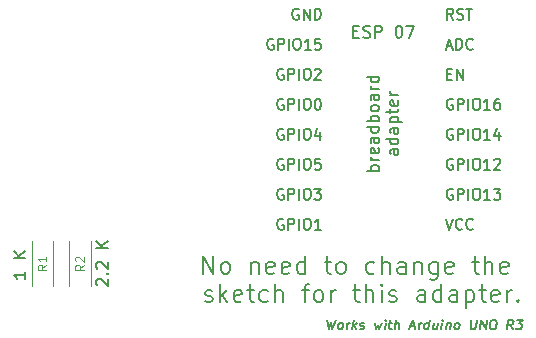
<source format=gbr>
G04 #@! TF.GenerationSoftware,KiCad,Pcbnew,(5.1.5)-3*
G04 #@! TF.CreationDate,2020-02-24T19:19:41-08:00*
G04 #@! TF.ProjectId,ESP-07,4553502d-3037-42e6-9b69-6361645f7063,rev?*
G04 #@! TF.SameCoordinates,Original*
G04 #@! TF.FileFunction,Legend,Top*
G04 #@! TF.FilePolarity,Positive*
%FSLAX46Y46*%
G04 Gerber Fmt 4.6, Leading zero omitted, Abs format (unit mm)*
G04 Created by KiCad (PCBNEW (5.1.5)-3) date 2020-02-24 19:19:41*
%MOMM*%
%LPD*%
G04 APERTURE LIST*
%ADD10C,0.150000*%
%ADD11C,0.120000*%
%ADD12C,0.108000*%
G04 APERTURE END LIST*
D10*
X166991860Y-120973904D02*
X167082336Y-121773904D01*
X167306145Y-121202476D01*
X167387098Y-121773904D01*
X167677574Y-120973904D01*
X167996622Y-121773904D02*
X167925193Y-121735809D01*
X167891860Y-121697714D01*
X167863288Y-121621523D01*
X167891860Y-121392952D01*
X167939479Y-121316761D01*
X167982336Y-121278666D01*
X168063288Y-121240571D01*
X168177574Y-121240571D01*
X168249002Y-121278666D01*
X168282336Y-121316761D01*
X168310907Y-121392952D01*
X168282336Y-121621523D01*
X168234717Y-121697714D01*
X168191860Y-121735809D01*
X168110907Y-121773904D01*
X167996622Y-121773904D01*
X168606145Y-121773904D02*
X168672812Y-121240571D01*
X168653764Y-121392952D02*
X168701383Y-121316761D01*
X168744241Y-121278666D01*
X168825193Y-121240571D01*
X168901383Y-121240571D01*
X169101383Y-121773904D02*
X169201383Y-120973904D01*
X169215669Y-121469142D02*
X169406145Y-121773904D01*
X169472812Y-121240571D02*
X169129955Y-121545333D01*
X169715669Y-121735809D02*
X169787098Y-121773904D01*
X169939479Y-121773904D01*
X170020431Y-121735809D01*
X170068050Y-121659619D01*
X170072812Y-121621523D01*
X170044241Y-121545333D01*
X169972812Y-121507238D01*
X169858526Y-121507238D01*
X169787098Y-121469142D01*
X169758526Y-121392952D01*
X169763288Y-121354857D01*
X169810907Y-121278666D01*
X169891860Y-121240571D01*
X170006145Y-121240571D01*
X170077574Y-121278666D01*
X170996622Y-121240571D02*
X171082336Y-121773904D01*
X171282336Y-121392952D01*
X171387098Y-121773904D01*
X171606145Y-121240571D01*
X171844241Y-121773904D02*
X171910907Y-121240571D01*
X171944241Y-120973904D02*
X171901383Y-121012000D01*
X171934717Y-121050095D01*
X171977574Y-121012000D01*
X171944241Y-120973904D01*
X171934717Y-121050095D01*
X172177574Y-121240571D02*
X172482336Y-121240571D01*
X172325193Y-120973904D02*
X172239479Y-121659619D01*
X172268050Y-121735809D01*
X172339479Y-121773904D01*
X172415669Y-121773904D01*
X172682336Y-121773904D02*
X172782336Y-120973904D01*
X173025193Y-121773904D02*
X173077574Y-121354857D01*
X173049002Y-121278666D01*
X172977574Y-121240571D01*
X172863288Y-121240571D01*
X172782336Y-121278666D01*
X172739479Y-121316761D01*
X174006145Y-121545333D02*
X174387098Y-121545333D01*
X173901383Y-121773904D02*
X174268050Y-120973904D01*
X174434717Y-121773904D01*
X174701383Y-121773904D02*
X174768050Y-121240571D01*
X174749002Y-121392952D02*
X174796622Y-121316761D01*
X174839479Y-121278666D01*
X174920431Y-121240571D01*
X174996622Y-121240571D01*
X175539479Y-121773904D02*
X175639479Y-120973904D01*
X175544241Y-121735809D02*
X175463288Y-121773904D01*
X175310907Y-121773904D01*
X175239479Y-121735809D01*
X175206145Y-121697714D01*
X175177574Y-121621523D01*
X175206145Y-121392952D01*
X175253764Y-121316761D01*
X175296622Y-121278666D01*
X175377574Y-121240571D01*
X175529955Y-121240571D01*
X175601383Y-121278666D01*
X176329955Y-121240571D02*
X176263288Y-121773904D01*
X175987098Y-121240571D02*
X175934717Y-121659619D01*
X175963288Y-121735809D01*
X176034717Y-121773904D01*
X176149002Y-121773904D01*
X176229955Y-121735809D01*
X176272812Y-121697714D01*
X176644241Y-121773904D02*
X176710907Y-121240571D01*
X176744241Y-120973904D02*
X176701383Y-121012000D01*
X176734717Y-121050095D01*
X176777574Y-121012000D01*
X176744241Y-120973904D01*
X176734717Y-121050095D01*
X177091860Y-121240571D02*
X177025193Y-121773904D01*
X177082336Y-121316761D02*
X177125193Y-121278666D01*
X177206145Y-121240571D01*
X177320431Y-121240571D01*
X177391860Y-121278666D01*
X177420431Y-121354857D01*
X177368050Y-121773904D01*
X177863288Y-121773904D02*
X177791860Y-121735809D01*
X177758526Y-121697714D01*
X177729955Y-121621523D01*
X177758526Y-121392952D01*
X177806145Y-121316761D01*
X177849002Y-121278666D01*
X177929955Y-121240571D01*
X178044241Y-121240571D01*
X178115669Y-121278666D01*
X178149002Y-121316761D01*
X178177574Y-121392952D01*
X178149002Y-121621523D01*
X178101383Y-121697714D01*
X178058526Y-121735809D01*
X177977574Y-121773904D01*
X177863288Y-121773904D01*
X179182336Y-120973904D02*
X179101383Y-121621523D01*
X179129955Y-121697714D01*
X179163288Y-121735809D01*
X179234717Y-121773904D01*
X179387098Y-121773904D01*
X179468050Y-121735809D01*
X179510907Y-121697714D01*
X179558526Y-121621523D01*
X179639479Y-120973904D01*
X179920431Y-121773904D02*
X180020431Y-120973904D01*
X180377574Y-121773904D01*
X180477574Y-120973904D01*
X181010907Y-120973904D02*
X181163288Y-120973904D01*
X181234717Y-121012000D01*
X181301383Y-121088190D01*
X181320431Y-121240571D01*
X181287098Y-121507238D01*
X181229955Y-121659619D01*
X181144241Y-121735809D01*
X181063288Y-121773904D01*
X180910907Y-121773904D01*
X180839479Y-121735809D01*
X180772812Y-121659619D01*
X180753764Y-121507238D01*
X180787098Y-121240571D01*
X180844241Y-121088190D01*
X180929955Y-121012000D01*
X181010907Y-120973904D01*
X182663288Y-121773904D02*
X182444241Y-121392952D01*
X182206145Y-121773904D02*
X182306145Y-120973904D01*
X182610907Y-120973904D01*
X182682336Y-121012000D01*
X182715669Y-121050095D01*
X182744241Y-121126285D01*
X182729955Y-121240571D01*
X182682336Y-121316761D01*
X182639479Y-121354857D01*
X182558526Y-121392952D01*
X182253764Y-121392952D01*
X183029955Y-120973904D02*
X183525193Y-120973904D01*
X183220431Y-121278666D01*
X183334717Y-121278666D01*
X183406145Y-121316761D01*
X183439479Y-121354857D01*
X183468050Y-121431047D01*
X183444241Y-121621523D01*
X183396622Y-121697714D01*
X183353764Y-121735809D01*
X183272812Y-121773904D01*
X183044241Y-121773904D01*
X182972812Y-121735809D01*
X182939479Y-121697714D01*
X156461714Y-117080571D02*
X156461714Y-115580571D01*
X157318857Y-117080571D01*
X157318857Y-115580571D01*
X158247428Y-117080571D02*
X158104571Y-117009142D01*
X158033142Y-116937714D01*
X157961714Y-116794857D01*
X157961714Y-116366285D01*
X158033142Y-116223428D01*
X158104571Y-116152000D01*
X158247428Y-116080571D01*
X158461714Y-116080571D01*
X158604571Y-116152000D01*
X158676000Y-116223428D01*
X158747428Y-116366285D01*
X158747428Y-116794857D01*
X158676000Y-116937714D01*
X158604571Y-117009142D01*
X158461714Y-117080571D01*
X158247428Y-117080571D01*
X160533142Y-116080571D02*
X160533142Y-117080571D01*
X160533142Y-116223428D02*
X160604571Y-116152000D01*
X160747428Y-116080571D01*
X160961714Y-116080571D01*
X161104571Y-116152000D01*
X161176000Y-116294857D01*
X161176000Y-117080571D01*
X162461714Y-117009142D02*
X162318857Y-117080571D01*
X162033142Y-117080571D01*
X161890285Y-117009142D01*
X161818857Y-116866285D01*
X161818857Y-116294857D01*
X161890285Y-116152000D01*
X162033142Y-116080571D01*
X162318857Y-116080571D01*
X162461714Y-116152000D01*
X162533142Y-116294857D01*
X162533142Y-116437714D01*
X161818857Y-116580571D01*
X163747428Y-117009142D02*
X163604571Y-117080571D01*
X163318857Y-117080571D01*
X163176000Y-117009142D01*
X163104571Y-116866285D01*
X163104571Y-116294857D01*
X163176000Y-116152000D01*
X163318857Y-116080571D01*
X163604571Y-116080571D01*
X163747428Y-116152000D01*
X163818857Y-116294857D01*
X163818857Y-116437714D01*
X163104571Y-116580571D01*
X165104571Y-117080571D02*
X165104571Y-115580571D01*
X165104571Y-117009142D02*
X164961714Y-117080571D01*
X164676000Y-117080571D01*
X164533142Y-117009142D01*
X164461714Y-116937714D01*
X164390285Y-116794857D01*
X164390285Y-116366285D01*
X164461714Y-116223428D01*
X164533142Y-116152000D01*
X164676000Y-116080571D01*
X164961714Y-116080571D01*
X165104571Y-116152000D01*
X166747428Y-116080571D02*
X167318857Y-116080571D01*
X166961714Y-115580571D02*
X166961714Y-116866285D01*
X167033142Y-117009142D01*
X167176000Y-117080571D01*
X167318857Y-117080571D01*
X168033142Y-117080571D02*
X167890285Y-117009142D01*
X167818857Y-116937714D01*
X167747428Y-116794857D01*
X167747428Y-116366285D01*
X167818857Y-116223428D01*
X167890285Y-116152000D01*
X168033142Y-116080571D01*
X168247428Y-116080571D01*
X168390285Y-116152000D01*
X168461714Y-116223428D01*
X168533142Y-116366285D01*
X168533142Y-116794857D01*
X168461714Y-116937714D01*
X168390285Y-117009142D01*
X168247428Y-117080571D01*
X168033142Y-117080571D01*
X170961714Y-117009142D02*
X170818857Y-117080571D01*
X170533142Y-117080571D01*
X170390285Y-117009142D01*
X170318857Y-116937714D01*
X170247428Y-116794857D01*
X170247428Y-116366285D01*
X170318857Y-116223428D01*
X170390285Y-116152000D01*
X170533142Y-116080571D01*
X170818857Y-116080571D01*
X170961714Y-116152000D01*
X171604571Y-117080571D02*
X171604571Y-115580571D01*
X172247428Y-117080571D02*
X172247428Y-116294857D01*
X172176000Y-116152000D01*
X172033142Y-116080571D01*
X171818857Y-116080571D01*
X171676000Y-116152000D01*
X171604571Y-116223428D01*
X173604571Y-117080571D02*
X173604571Y-116294857D01*
X173533142Y-116152000D01*
X173390285Y-116080571D01*
X173104571Y-116080571D01*
X172961714Y-116152000D01*
X173604571Y-117009142D02*
X173461714Y-117080571D01*
X173104571Y-117080571D01*
X172961714Y-117009142D01*
X172890285Y-116866285D01*
X172890285Y-116723428D01*
X172961714Y-116580571D01*
X173104571Y-116509142D01*
X173461714Y-116509142D01*
X173604571Y-116437714D01*
X174318857Y-116080571D02*
X174318857Y-117080571D01*
X174318857Y-116223428D02*
X174390285Y-116152000D01*
X174533142Y-116080571D01*
X174747428Y-116080571D01*
X174890285Y-116152000D01*
X174961714Y-116294857D01*
X174961714Y-117080571D01*
X176318857Y-116080571D02*
X176318857Y-117294857D01*
X176247428Y-117437714D01*
X176176000Y-117509142D01*
X176033142Y-117580571D01*
X175818857Y-117580571D01*
X175676000Y-117509142D01*
X176318857Y-117009142D02*
X176176000Y-117080571D01*
X175890285Y-117080571D01*
X175747428Y-117009142D01*
X175676000Y-116937714D01*
X175604571Y-116794857D01*
X175604571Y-116366285D01*
X175676000Y-116223428D01*
X175747428Y-116152000D01*
X175890285Y-116080571D01*
X176176000Y-116080571D01*
X176318857Y-116152000D01*
X177604571Y-117009142D02*
X177461714Y-117080571D01*
X177176000Y-117080571D01*
X177033142Y-117009142D01*
X176961714Y-116866285D01*
X176961714Y-116294857D01*
X177033142Y-116152000D01*
X177176000Y-116080571D01*
X177461714Y-116080571D01*
X177604571Y-116152000D01*
X177676000Y-116294857D01*
X177676000Y-116437714D01*
X176961714Y-116580571D01*
X179247428Y-116080571D02*
X179818857Y-116080571D01*
X179461714Y-115580571D02*
X179461714Y-116866285D01*
X179533142Y-117009142D01*
X179676000Y-117080571D01*
X179818857Y-117080571D01*
X180318857Y-117080571D02*
X180318857Y-115580571D01*
X180961714Y-117080571D02*
X180961714Y-116294857D01*
X180890285Y-116152000D01*
X180747428Y-116080571D01*
X180533142Y-116080571D01*
X180390285Y-116152000D01*
X180318857Y-116223428D01*
X182247428Y-117009142D02*
X182104571Y-117080571D01*
X181818857Y-117080571D01*
X181676000Y-117009142D01*
X181604571Y-116866285D01*
X181604571Y-116294857D01*
X181676000Y-116152000D01*
X181818857Y-116080571D01*
X182104571Y-116080571D01*
X182247428Y-116152000D01*
X182318857Y-116294857D01*
X182318857Y-116437714D01*
X181604571Y-116580571D01*
X156640285Y-119409142D02*
X156783142Y-119480571D01*
X157068857Y-119480571D01*
X157211714Y-119409142D01*
X157283142Y-119266285D01*
X157283142Y-119194857D01*
X157211714Y-119052000D01*
X157068857Y-118980571D01*
X156854571Y-118980571D01*
X156711714Y-118909142D01*
X156640285Y-118766285D01*
X156640285Y-118694857D01*
X156711714Y-118552000D01*
X156854571Y-118480571D01*
X157068857Y-118480571D01*
X157211714Y-118552000D01*
X157926000Y-119480571D02*
X157926000Y-117980571D01*
X158068857Y-118909142D02*
X158497428Y-119480571D01*
X158497428Y-118480571D02*
X157926000Y-119052000D01*
X159711714Y-119409142D02*
X159568857Y-119480571D01*
X159283142Y-119480571D01*
X159140285Y-119409142D01*
X159068857Y-119266285D01*
X159068857Y-118694857D01*
X159140285Y-118552000D01*
X159283142Y-118480571D01*
X159568857Y-118480571D01*
X159711714Y-118552000D01*
X159783142Y-118694857D01*
X159783142Y-118837714D01*
X159068857Y-118980571D01*
X160211714Y-118480571D02*
X160783142Y-118480571D01*
X160426000Y-117980571D02*
X160426000Y-119266285D01*
X160497428Y-119409142D01*
X160640285Y-119480571D01*
X160783142Y-119480571D01*
X161926000Y-119409142D02*
X161783142Y-119480571D01*
X161497428Y-119480571D01*
X161354571Y-119409142D01*
X161283142Y-119337714D01*
X161211714Y-119194857D01*
X161211714Y-118766285D01*
X161283142Y-118623428D01*
X161354571Y-118552000D01*
X161497428Y-118480571D01*
X161783142Y-118480571D01*
X161926000Y-118552000D01*
X162568857Y-119480571D02*
X162568857Y-117980571D01*
X163211714Y-119480571D02*
X163211714Y-118694857D01*
X163140285Y-118552000D01*
X162997428Y-118480571D01*
X162783142Y-118480571D01*
X162640285Y-118552000D01*
X162568857Y-118623428D01*
X164854571Y-118480571D02*
X165426000Y-118480571D01*
X165068857Y-119480571D02*
X165068857Y-118194857D01*
X165140285Y-118052000D01*
X165283142Y-117980571D01*
X165426000Y-117980571D01*
X166140285Y-119480571D02*
X165997428Y-119409142D01*
X165926000Y-119337714D01*
X165854571Y-119194857D01*
X165854571Y-118766285D01*
X165926000Y-118623428D01*
X165997428Y-118552000D01*
X166140285Y-118480571D01*
X166354571Y-118480571D01*
X166497428Y-118552000D01*
X166568857Y-118623428D01*
X166640285Y-118766285D01*
X166640285Y-119194857D01*
X166568857Y-119337714D01*
X166497428Y-119409142D01*
X166354571Y-119480571D01*
X166140285Y-119480571D01*
X167283142Y-119480571D02*
X167283142Y-118480571D01*
X167283142Y-118766285D02*
X167354571Y-118623428D01*
X167426000Y-118552000D01*
X167568857Y-118480571D01*
X167711714Y-118480571D01*
X169140285Y-118480571D02*
X169711714Y-118480571D01*
X169354571Y-117980571D02*
X169354571Y-119266285D01*
X169426000Y-119409142D01*
X169568857Y-119480571D01*
X169711714Y-119480571D01*
X170211714Y-119480571D02*
X170211714Y-117980571D01*
X170854571Y-119480571D02*
X170854571Y-118694857D01*
X170783142Y-118552000D01*
X170640285Y-118480571D01*
X170426000Y-118480571D01*
X170283142Y-118552000D01*
X170211714Y-118623428D01*
X171568857Y-119480571D02*
X171568857Y-118480571D01*
X171568857Y-117980571D02*
X171497428Y-118052000D01*
X171568857Y-118123428D01*
X171640285Y-118052000D01*
X171568857Y-117980571D01*
X171568857Y-118123428D01*
X172211714Y-119409142D02*
X172354571Y-119480571D01*
X172640285Y-119480571D01*
X172783142Y-119409142D01*
X172854571Y-119266285D01*
X172854571Y-119194857D01*
X172783142Y-119052000D01*
X172640285Y-118980571D01*
X172426000Y-118980571D01*
X172283142Y-118909142D01*
X172211714Y-118766285D01*
X172211714Y-118694857D01*
X172283142Y-118552000D01*
X172426000Y-118480571D01*
X172640285Y-118480571D01*
X172783142Y-118552000D01*
X175283142Y-119480571D02*
X175283142Y-118694857D01*
X175211714Y-118552000D01*
X175068857Y-118480571D01*
X174783142Y-118480571D01*
X174640285Y-118552000D01*
X175283142Y-119409142D02*
X175140285Y-119480571D01*
X174783142Y-119480571D01*
X174640285Y-119409142D01*
X174568857Y-119266285D01*
X174568857Y-119123428D01*
X174640285Y-118980571D01*
X174783142Y-118909142D01*
X175140285Y-118909142D01*
X175283142Y-118837714D01*
X176640285Y-119480571D02*
X176640285Y-117980571D01*
X176640285Y-119409142D02*
X176497428Y-119480571D01*
X176211714Y-119480571D01*
X176068857Y-119409142D01*
X175997428Y-119337714D01*
X175926000Y-119194857D01*
X175926000Y-118766285D01*
X175997428Y-118623428D01*
X176068857Y-118552000D01*
X176211714Y-118480571D01*
X176497428Y-118480571D01*
X176640285Y-118552000D01*
X177997428Y-119480571D02*
X177997428Y-118694857D01*
X177926000Y-118552000D01*
X177783142Y-118480571D01*
X177497428Y-118480571D01*
X177354571Y-118552000D01*
X177997428Y-119409142D02*
X177854571Y-119480571D01*
X177497428Y-119480571D01*
X177354571Y-119409142D01*
X177283142Y-119266285D01*
X177283142Y-119123428D01*
X177354571Y-118980571D01*
X177497428Y-118909142D01*
X177854571Y-118909142D01*
X177997428Y-118837714D01*
X178711714Y-118480571D02*
X178711714Y-119980571D01*
X178711714Y-118552000D02*
X178854571Y-118480571D01*
X179140285Y-118480571D01*
X179283142Y-118552000D01*
X179354571Y-118623428D01*
X179426000Y-118766285D01*
X179426000Y-119194857D01*
X179354571Y-119337714D01*
X179283142Y-119409142D01*
X179140285Y-119480571D01*
X178854571Y-119480571D01*
X178711714Y-119409142D01*
X179854571Y-118480571D02*
X180426000Y-118480571D01*
X180068857Y-117980571D02*
X180068857Y-119266285D01*
X180140285Y-119409142D01*
X180283142Y-119480571D01*
X180426000Y-119480571D01*
X181497428Y-119409142D02*
X181354571Y-119480571D01*
X181068857Y-119480571D01*
X180926000Y-119409142D01*
X180854571Y-119266285D01*
X180854571Y-118694857D01*
X180926000Y-118552000D01*
X181068857Y-118480571D01*
X181354571Y-118480571D01*
X181497428Y-118552000D01*
X181568857Y-118694857D01*
X181568857Y-118837714D01*
X180854571Y-118980571D01*
X182211714Y-119480571D02*
X182211714Y-118480571D01*
X182211714Y-118766285D02*
X182283142Y-118623428D01*
X182354571Y-118552000D01*
X182497428Y-118480571D01*
X182640285Y-118480571D01*
X183140285Y-119337714D02*
X183211714Y-119409142D01*
X183140285Y-119480571D01*
X183068857Y-119409142D01*
X183140285Y-119337714D01*
X183140285Y-119480571D01*
X171331380Y-108370190D02*
X170331380Y-108370190D01*
X170712333Y-108370190D02*
X170664714Y-108274952D01*
X170664714Y-108084476D01*
X170712333Y-107989238D01*
X170759952Y-107941619D01*
X170855190Y-107894000D01*
X171140904Y-107894000D01*
X171236142Y-107941619D01*
X171283761Y-107989238D01*
X171331380Y-108084476D01*
X171331380Y-108274952D01*
X171283761Y-108370190D01*
X171331380Y-107465428D02*
X170664714Y-107465428D01*
X170855190Y-107465428D02*
X170759952Y-107417809D01*
X170712333Y-107370190D01*
X170664714Y-107274952D01*
X170664714Y-107179714D01*
X171283761Y-106465428D02*
X171331380Y-106560666D01*
X171331380Y-106751142D01*
X171283761Y-106846380D01*
X171188523Y-106894000D01*
X170807571Y-106894000D01*
X170712333Y-106846380D01*
X170664714Y-106751142D01*
X170664714Y-106560666D01*
X170712333Y-106465428D01*
X170807571Y-106417809D01*
X170902809Y-106417809D01*
X170998047Y-106894000D01*
X171331380Y-105560666D02*
X170807571Y-105560666D01*
X170712333Y-105608285D01*
X170664714Y-105703523D01*
X170664714Y-105894000D01*
X170712333Y-105989238D01*
X171283761Y-105560666D02*
X171331380Y-105655904D01*
X171331380Y-105894000D01*
X171283761Y-105989238D01*
X171188523Y-106036857D01*
X171093285Y-106036857D01*
X170998047Y-105989238D01*
X170950428Y-105894000D01*
X170950428Y-105655904D01*
X170902809Y-105560666D01*
X171331380Y-104655904D02*
X170331380Y-104655904D01*
X171283761Y-104655904D02*
X171331380Y-104751142D01*
X171331380Y-104941619D01*
X171283761Y-105036857D01*
X171236142Y-105084476D01*
X171140904Y-105132095D01*
X170855190Y-105132095D01*
X170759952Y-105084476D01*
X170712333Y-105036857D01*
X170664714Y-104941619D01*
X170664714Y-104751142D01*
X170712333Y-104655904D01*
X171331380Y-104179714D02*
X170331380Y-104179714D01*
X170712333Y-104179714D02*
X170664714Y-104084476D01*
X170664714Y-103894000D01*
X170712333Y-103798761D01*
X170759952Y-103751142D01*
X170855190Y-103703523D01*
X171140904Y-103703523D01*
X171236142Y-103751142D01*
X171283761Y-103798761D01*
X171331380Y-103894000D01*
X171331380Y-104084476D01*
X171283761Y-104179714D01*
X171331380Y-103132095D02*
X171283761Y-103227333D01*
X171236142Y-103274952D01*
X171140904Y-103322571D01*
X170855190Y-103322571D01*
X170759952Y-103274952D01*
X170712333Y-103227333D01*
X170664714Y-103132095D01*
X170664714Y-102989238D01*
X170712333Y-102894000D01*
X170759952Y-102846380D01*
X170855190Y-102798761D01*
X171140904Y-102798761D01*
X171236142Y-102846380D01*
X171283761Y-102894000D01*
X171331380Y-102989238D01*
X171331380Y-103132095D01*
X171331380Y-101941619D02*
X170807571Y-101941619D01*
X170712333Y-101989238D01*
X170664714Y-102084476D01*
X170664714Y-102274952D01*
X170712333Y-102370190D01*
X171283761Y-101941619D02*
X171331380Y-102036857D01*
X171331380Y-102274952D01*
X171283761Y-102370190D01*
X171188523Y-102417809D01*
X171093285Y-102417809D01*
X170998047Y-102370190D01*
X170950428Y-102274952D01*
X170950428Y-102036857D01*
X170902809Y-101941619D01*
X171331380Y-101465428D02*
X170664714Y-101465428D01*
X170855190Y-101465428D02*
X170759952Y-101417809D01*
X170712333Y-101370190D01*
X170664714Y-101274952D01*
X170664714Y-101179714D01*
X171331380Y-100417809D02*
X170331380Y-100417809D01*
X171283761Y-100417809D02*
X171331380Y-100513047D01*
X171331380Y-100703523D01*
X171283761Y-100798761D01*
X171236142Y-100846380D01*
X171140904Y-100894000D01*
X170855190Y-100894000D01*
X170759952Y-100846380D01*
X170712333Y-100798761D01*
X170664714Y-100703523D01*
X170664714Y-100513047D01*
X170712333Y-100417809D01*
X172981380Y-106560666D02*
X172457571Y-106560666D01*
X172362333Y-106608285D01*
X172314714Y-106703523D01*
X172314714Y-106894000D01*
X172362333Y-106989238D01*
X172933761Y-106560666D02*
X172981380Y-106655904D01*
X172981380Y-106894000D01*
X172933761Y-106989238D01*
X172838523Y-107036857D01*
X172743285Y-107036857D01*
X172648047Y-106989238D01*
X172600428Y-106894000D01*
X172600428Y-106655904D01*
X172552809Y-106560666D01*
X172981380Y-105655904D02*
X171981380Y-105655904D01*
X172933761Y-105655904D02*
X172981380Y-105751142D01*
X172981380Y-105941619D01*
X172933761Y-106036857D01*
X172886142Y-106084476D01*
X172790904Y-106132095D01*
X172505190Y-106132095D01*
X172409952Y-106084476D01*
X172362333Y-106036857D01*
X172314714Y-105941619D01*
X172314714Y-105751142D01*
X172362333Y-105655904D01*
X172981380Y-104751142D02*
X172457571Y-104751142D01*
X172362333Y-104798761D01*
X172314714Y-104894000D01*
X172314714Y-105084476D01*
X172362333Y-105179714D01*
X172933761Y-104751142D02*
X172981380Y-104846380D01*
X172981380Y-105084476D01*
X172933761Y-105179714D01*
X172838523Y-105227333D01*
X172743285Y-105227333D01*
X172648047Y-105179714D01*
X172600428Y-105084476D01*
X172600428Y-104846380D01*
X172552809Y-104751142D01*
X172314714Y-104274952D02*
X173314714Y-104274952D01*
X172362333Y-104274952D02*
X172314714Y-104179714D01*
X172314714Y-103989238D01*
X172362333Y-103894000D01*
X172409952Y-103846380D01*
X172505190Y-103798761D01*
X172790904Y-103798761D01*
X172886142Y-103846380D01*
X172933761Y-103894000D01*
X172981380Y-103989238D01*
X172981380Y-104179714D01*
X172933761Y-104274952D01*
X172314714Y-103513047D02*
X172314714Y-103132095D01*
X171981380Y-103370190D02*
X172838523Y-103370190D01*
X172933761Y-103322571D01*
X172981380Y-103227333D01*
X172981380Y-103132095D01*
X172933761Y-102417809D02*
X172981380Y-102513047D01*
X172981380Y-102703523D01*
X172933761Y-102798761D01*
X172838523Y-102846380D01*
X172457571Y-102846380D01*
X172362333Y-102798761D01*
X172314714Y-102703523D01*
X172314714Y-102513047D01*
X172362333Y-102417809D01*
X172457571Y-102370190D01*
X172552809Y-102370190D01*
X172648047Y-102846380D01*
X172981380Y-101941619D02*
X172314714Y-101941619D01*
X172505190Y-101941619D02*
X172409952Y-101894000D01*
X172362333Y-101846380D01*
X172314714Y-101751142D01*
X172314714Y-101655904D01*
X169180190Y-96575571D02*
X169513523Y-96575571D01*
X169656380Y-97099380D02*
X169180190Y-97099380D01*
X169180190Y-96099380D01*
X169656380Y-96099380D01*
X170037333Y-97051761D02*
X170180190Y-97099380D01*
X170418285Y-97099380D01*
X170513523Y-97051761D01*
X170561142Y-97004142D01*
X170608761Y-96908904D01*
X170608761Y-96813666D01*
X170561142Y-96718428D01*
X170513523Y-96670809D01*
X170418285Y-96623190D01*
X170227809Y-96575571D01*
X170132571Y-96527952D01*
X170084952Y-96480333D01*
X170037333Y-96385095D01*
X170037333Y-96289857D01*
X170084952Y-96194619D01*
X170132571Y-96147000D01*
X170227809Y-96099380D01*
X170465904Y-96099380D01*
X170608761Y-96147000D01*
X171037333Y-97099380D02*
X171037333Y-96099380D01*
X171418285Y-96099380D01*
X171513523Y-96147000D01*
X171561142Y-96194619D01*
X171608761Y-96289857D01*
X171608761Y-96432714D01*
X171561142Y-96527952D01*
X171513523Y-96575571D01*
X171418285Y-96623190D01*
X171037333Y-96623190D01*
X172989714Y-96099380D02*
X173084952Y-96099380D01*
X173180190Y-96147000D01*
X173227809Y-96194619D01*
X173275428Y-96289857D01*
X173323047Y-96480333D01*
X173323047Y-96718428D01*
X173275428Y-96908904D01*
X173227809Y-97004142D01*
X173180190Y-97051761D01*
X173084952Y-97099380D01*
X172989714Y-97099380D01*
X172894476Y-97051761D01*
X172846857Y-97004142D01*
X172799238Y-96908904D01*
X172751619Y-96718428D01*
X172751619Y-96480333D01*
X172799238Y-96289857D01*
X172846857Y-96194619D01*
X172894476Y-96147000D01*
X172989714Y-96099380D01*
X173656380Y-96099380D02*
X174323047Y-96099380D01*
X173894476Y-97099380D01*
D11*
X146970000Y-118125000D02*
X146970000Y-114285000D01*
X145130000Y-118125000D02*
X145130000Y-114285000D01*
X143795000Y-118125000D02*
X143795000Y-114285000D01*
X141955000Y-118125000D02*
X141955000Y-114285000D01*
D10*
X163255571Y-112490100D02*
X163169857Y-112447242D01*
X163041285Y-112447242D01*
X162912714Y-112490100D01*
X162827000Y-112575814D01*
X162784143Y-112661528D01*
X162741285Y-112832957D01*
X162741285Y-112961528D01*
X162784143Y-113132957D01*
X162827000Y-113218671D01*
X162912714Y-113304385D01*
X163041285Y-113347242D01*
X163127000Y-113347242D01*
X163255571Y-113304385D01*
X163298428Y-113261528D01*
X163298428Y-112961528D01*
X163127000Y-112961528D01*
X163684143Y-113347242D02*
X163684143Y-112447242D01*
X164027000Y-112447242D01*
X164112714Y-112490100D01*
X164155571Y-112532957D01*
X164198428Y-112618671D01*
X164198428Y-112747242D01*
X164155571Y-112832957D01*
X164112714Y-112875814D01*
X164027000Y-112918671D01*
X163684143Y-112918671D01*
X164584143Y-113347242D02*
X164584143Y-112447242D01*
X165184143Y-112447242D02*
X165355571Y-112447242D01*
X165441285Y-112490100D01*
X165527000Y-112575814D01*
X165569857Y-112747242D01*
X165569857Y-113047242D01*
X165527000Y-113218671D01*
X165441285Y-113304385D01*
X165355571Y-113347242D01*
X165184143Y-113347242D01*
X165098428Y-113304385D01*
X165012714Y-113218671D01*
X164969857Y-113047242D01*
X164969857Y-112747242D01*
X165012714Y-112575814D01*
X165098428Y-112490100D01*
X165184143Y-112447242D01*
X166427000Y-113347242D02*
X165912714Y-113347242D01*
X166169857Y-113347242D02*
X166169857Y-112447242D01*
X166084143Y-112575814D01*
X165998428Y-112661528D01*
X165912714Y-112704385D01*
X163255571Y-109950100D02*
X163169857Y-109907242D01*
X163041285Y-109907242D01*
X162912714Y-109950100D01*
X162827000Y-110035814D01*
X162784143Y-110121528D01*
X162741285Y-110292957D01*
X162741285Y-110421528D01*
X162784143Y-110592957D01*
X162827000Y-110678671D01*
X162912714Y-110764385D01*
X163041285Y-110807242D01*
X163127000Y-110807242D01*
X163255571Y-110764385D01*
X163298428Y-110721528D01*
X163298428Y-110421528D01*
X163127000Y-110421528D01*
X163684143Y-110807242D02*
X163684143Y-109907242D01*
X164027000Y-109907242D01*
X164112714Y-109950100D01*
X164155571Y-109992957D01*
X164198428Y-110078671D01*
X164198428Y-110207242D01*
X164155571Y-110292957D01*
X164112714Y-110335814D01*
X164027000Y-110378671D01*
X163684143Y-110378671D01*
X164584143Y-110807242D02*
X164584143Y-109907242D01*
X165184143Y-109907242D02*
X165355571Y-109907242D01*
X165441285Y-109950100D01*
X165527000Y-110035814D01*
X165569857Y-110207242D01*
X165569857Y-110507242D01*
X165527000Y-110678671D01*
X165441285Y-110764385D01*
X165355571Y-110807242D01*
X165184143Y-110807242D01*
X165098428Y-110764385D01*
X165012714Y-110678671D01*
X164969857Y-110507242D01*
X164969857Y-110207242D01*
X165012714Y-110035814D01*
X165098428Y-109950100D01*
X165184143Y-109907242D01*
X165869857Y-109907242D02*
X166427000Y-109907242D01*
X166127000Y-110250100D01*
X166255571Y-110250100D01*
X166341285Y-110292957D01*
X166384143Y-110335814D01*
X166427000Y-110421528D01*
X166427000Y-110635814D01*
X166384143Y-110721528D01*
X166341285Y-110764385D01*
X166255571Y-110807242D01*
X165998428Y-110807242D01*
X165912714Y-110764385D01*
X165869857Y-110721528D01*
X163255571Y-107410100D02*
X163169857Y-107367242D01*
X163041285Y-107367242D01*
X162912714Y-107410100D01*
X162827000Y-107495814D01*
X162784143Y-107581528D01*
X162741285Y-107752957D01*
X162741285Y-107881528D01*
X162784143Y-108052957D01*
X162827000Y-108138671D01*
X162912714Y-108224385D01*
X163041285Y-108267242D01*
X163127000Y-108267242D01*
X163255571Y-108224385D01*
X163298428Y-108181528D01*
X163298428Y-107881528D01*
X163127000Y-107881528D01*
X163684143Y-108267242D02*
X163684143Y-107367242D01*
X164027000Y-107367242D01*
X164112714Y-107410100D01*
X164155571Y-107452957D01*
X164198428Y-107538671D01*
X164198428Y-107667242D01*
X164155571Y-107752957D01*
X164112714Y-107795814D01*
X164027000Y-107838671D01*
X163684143Y-107838671D01*
X164584143Y-108267242D02*
X164584143Y-107367242D01*
X165184143Y-107367242D02*
X165355571Y-107367242D01*
X165441285Y-107410100D01*
X165527000Y-107495814D01*
X165569857Y-107667242D01*
X165569857Y-107967242D01*
X165527000Y-108138671D01*
X165441285Y-108224385D01*
X165355571Y-108267242D01*
X165184143Y-108267242D01*
X165098428Y-108224385D01*
X165012714Y-108138671D01*
X164969857Y-107967242D01*
X164969857Y-107667242D01*
X165012714Y-107495814D01*
X165098428Y-107410100D01*
X165184143Y-107367242D01*
X166384143Y-107367242D02*
X165955571Y-107367242D01*
X165912714Y-107795814D01*
X165955571Y-107752957D01*
X166041285Y-107710100D01*
X166255571Y-107710100D01*
X166341285Y-107752957D01*
X166384143Y-107795814D01*
X166427000Y-107881528D01*
X166427000Y-108095814D01*
X166384143Y-108181528D01*
X166341285Y-108224385D01*
X166255571Y-108267242D01*
X166041285Y-108267242D01*
X165955571Y-108224385D01*
X165912714Y-108181528D01*
X163255571Y-104870100D02*
X163169857Y-104827242D01*
X163041285Y-104827242D01*
X162912714Y-104870100D01*
X162827000Y-104955814D01*
X162784143Y-105041528D01*
X162741285Y-105212957D01*
X162741285Y-105341528D01*
X162784143Y-105512957D01*
X162827000Y-105598671D01*
X162912714Y-105684385D01*
X163041285Y-105727242D01*
X163127000Y-105727242D01*
X163255571Y-105684385D01*
X163298428Y-105641528D01*
X163298428Y-105341528D01*
X163127000Y-105341528D01*
X163684143Y-105727242D02*
X163684143Y-104827242D01*
X164027000Y-104827242D01*
X164112714Y-104870100D01*
X164155571Y-104912957D01*
X164198428Y-104998671D01*
X164198428Y-105127242D01*
X164155571Y-105212957D01*
X164112714Y-105255814D01*
X164027000Y-105298671D01*
X163684143Y-105298671D01*
X164584143Y-105727242D02*
X164584143Y-104827242D01*
X165184143Y-104827242D02*
X165355571Y-104827242D01*
X165441285Y-104870100D01*
X165527000Y-104955814D01*
X165569857Y-105127242D01*
X165569857Y-105427242D01*
X165527000Y-105598671D01*
X165441285Y-105684385D01*
X165355571Y-105727242D01*
X165184143Y-105727242D01*
X165098428Y-105684385D01*
X165012714Y-105598671D01*
X164969857Y-105427242D01*
X164969857Y-105127242D01*
X165012714Y-104955814D01*
X165098428Y-104870100D01*
X165184143Y-104827242D01*
X166341285Y-105127242D02*
X166341285Y-105727242D01*
X166127000Y-104784385D02*
X165912714Y-105427242D01*
X166469857Y-105427242D01*
X163255571Y-102330100D02*
X163169857Y-102287242D01*
X163041285Y-102287242D01*
X162912714Y-102330100D01*
X162827000Y-102415814D01*
X162784143Y-102501528D01*
X162741285Y-102672957D01*
X162741285Y-102801528D01*
X162784143Y-102972957D01*
X162827000Y-103058671D01*
X162912714Y-103144385D01*
X163041285Y-103187242D01*
X163127000Y-103187242D01*
X163255571Y-103144385D01*
X163298428Y-103101528D01*
X163298428Y-102801528D01*
X163127000Y-102801528D01*
X163684143Y-103187242D02*
X163684143Y-102287242D01*
X164027000Y-102287242D01*
X164112714Y-102330100D01*
X164155571Y-102372957D01*
X164198428Y-102458671D01*
X164198428Y-102587242D01*
X164155571Y-102672957D01*
X164112714Y-102715814D01*
X164027000Y-102758671D01*
X163684143Y-102758671D01*
X164584143Y-103187242D02*
X164584143Y-102287242D01*
X165184143Y-102287242D02*
X165355571Y-102287242D01*
X165441285Y-102330100D01*
X165527000Y-102415814D01*
X165569857Y-102587242D01*
X165569857Y-102887242D01*
X165527000Y-103058671D01*
X165441285Y-103144385D01*
X165355571Y-103187242D01*
X165184143Y-103187242D01*
X165098428Y-103144385D01*
X165012714Y-103058671D01*
X164969857Y-102887242D01*
X164969857Y-102587242D01*
X165012714Y-102415814D01*
X165098428Y-102330100D01*
X165184143Y-102287242D01*
X166127000Y-102287242D02*
X166212714Y-102287242D01*
X166298428Y-102330100D01*
X166341285Y-102372957D01*
X166384143Y-102458671D01*
X166427000Y-102630100D01*
X166427000Y-102844385D01*
X166384143Y-103015814D01*
X166341285Y-103101528D01*
X166298428Y-103144385D01*
X166212714Y-103187242D01*
X166127000Y-103187242D01*
X166041285Y-103144385D01*
X165998428Y-103101528D01*
X165955571Y-103015814D01*
X165912714Y-102844385D01*
X165912714Y-102630100D01*
X165955571Y-102458671D01*
X165998428Y-102372957D01*
X166041285Y-102330100D01*
X166127000Y-102287242D01*
X163255571Y-99790100D02*
X163169857Y-99747242D01*
X163041285Y-99747242D01*
X162912714Y-99790100D01*
X162827000Y-99875814D01*
X162784143Y-99961528D01*
X162741285Y-100132957D01*
X162741285Y-100261528D01*
X162784143Y-100432957D01*
X162827000Y-100518671D01*
X162912714Y-100604385D01*
X163041285Y-100647242D01*
X163127000Y-100647242D01*
X163255571Y-100604385D01*
X163298428Y-100561528D01*
X163298428Y-100261528D01*
X163127000Y-100261528D01*
X163684143Y-100647242D02*
X163684143Y-99747242D01*
X164027000Y-99747242D01*
X164112714Y-99790100D01*
X164155571Y-99832957D01*
X164198428Y-99918671D01*
X164198428Y-100047242D01*
X164155571Y-100132957D01*
X164112714Y-100175814D01*
X164027000Y-100218671D01*
X163684143Y-100218671D01*
X164584143Y-100647242D02*
X164584143Y-99747242D01*
X165184143Y-99747242D02*
X165355571Y-99747242D01*
X165441285Y-99790100D01*
X165527000Y-99875814D01*
X165569857Y-100047242D01*
X165569857Y-100347242D01*
X165527000Y-100518671D01*
X165441285Y-100604385D01*
X165355571Y-100647242D01*
X165184143Y-100647242D01*
X165098428Y-100604385D01*
X165012714Y-100518671D01*
X164969857Y-100347242D01*
X164969857Y-100047242D01*
X165012714Y-99875814D01*
X165098428Y-99790100D01*
X165184143Y-99747242D01*
X165912714Y-99832957D02*
X165955571Y-99790100D01*
X166041285Y-99747242D01*
X166255571Y-99747242D01*
X166341285Y-99790100D01*
X166384143Y-99832957D01*
X166427000Y-99918671D01*
X166427000Y-100004385D01*
X166384143Y-100132957D01*
X165869857Y-100647242D01*
X166427000Y-100647242D01*
X162398429Y-97250100D02*
X162312714Y-97207242D01*
X162184143Y-97207242D01*
X162055572Y-97250100D01*
X161969857Y-97335814D01*
X161927000Y-97421528D01*
X161884143Y-97592957D01*
X161884143Y-97721528D01*
X161927000Y-97892957D01*
X161969857Y-97978671D01*
X162055572Y-98064385D01*
X162184143Y-98107242D01*
X162269857Y-98107242D01*
X162398429Y-98064385D01*
X162441286Y-98021528D01*
X162441286Y-97721528D01*
X162269857Y-97721528D01*
X162827000Y-98107242D02*
X162827000Y-97207242D01*
X163169857Y-97207242D01*
X163255572Y-97250100D01*
X163298429Y-97292957D01*
X163341286Y-97378671D01*
X163341286Y-97507242D01*
X163298429Y-97592957D01*
X163255572Y-97635814D01*
X163169857Y-97678671D01*
X162827000Y-97678671D01*
X163727000Y-98107242D02*
X163727000Y-97207242D01*
X164327000Y-97207242D02*
X164498429Y-97207242D01*
X164584143Y-97250100D01*
X164669857Y-97335814D01*
X164712714Y-97507242D01*
X164712714Y-97807242D01*
X164669857Y-97978671D01*
X164584143Y-98064385D01*
X164498429Y-98107242D01*
X164327000Y-98107242D01*
X164241286Y-98064385D01*
X164155572Y-97978671D01*
X164112714Y-97807242D01*
X164112714Y-97507242D01*
X164155572Y-97335814D01*
X164241286Y-97250100D01*
X164327000Y-97207242D01*
X165569857Y-98107242D02*
X165055572Y-98107242D01*
X165312714Y-98107242D02*
X165312714Y-97207242D01*
X165227000Y-97335814D01*
X165141286Y-97421528D01*
X165055572Y-97464385D01*
X166384143Y-97207242D02*
X165955572Y-97207242D01*
X165912714Y-97635814D01*
X165955572Y-97592957D01*
X166041286Y-97550100D01*
X166255572Y-97550100D01*
X166341286Y-97592957D01*
X166384143Y-97635814D01*
X166427000Y-97721528D01*
X166427000Y-97935814D01*
X166384143Y-98021528D01*
X166341286Y-98064385D01*
X166255572Y-98107242D01*
X166041286Y-98107242D01*
X165955572Y-98064385D01*
X165912714Y-98021528D01*
X164541285Y-94710100D02*
X164455571Y-94667242D01*
X164327000Y-94667242D01*
X164198428Y-94710100D01*
X164112714Y-94795814D01*
X164069857Y-94881528D01*
X164027000Y-95052957D01*
X164027000Y-95181528D01*
X164069857Y-95352957D01*
X164112714Y-95438671D01*
X164198428Y-95524385D01*
X164327000Y-95567242D01*
X164412714Y-95567242D01*
X164541285Y-95524385D01*
X164584142Y-95481528D01*
X164584142Y-95181528D01*
X164412714Y-95181528D01*
X164969857Y-95567242D02*
X164969857Y-94667242D01*
X165484142Y-95567242D01*
X165484142Y-94667242D01*
X165912714Y-95567242D02*
X165912714Y-94667242D01*
X166127000Y-94667242D01*
X166255571Y-94710100D01*
X166341285Y-94795814D01*
X166384142Y-94881528D01*
X166427000Y-95052957D01*
X166427000Y-95181528D01*
X166384142Y-95352957D01*
X166341285Y-95438671D01*
X166255571Y-95524385D01*
X166127000Y-95567242D01*
X165912714Y-95567242D01*
X177637342Y-95567242D02*
X177337342Y-95138671D01*
X177123057Y-95567242D02*
X177123057Y-94667242D01*
X177465914Y-94667242D01*
X177551628Y-94710100D01*
X177594485Y-94752957D01*
X177637342Y-94838671D01*
X177637342Y-94967242D01*
X177594485Y-95052957D01*
X177551628Y-95095814D01*
X177465914Y-95138671D01*
X177123057Y-95138671D01*
X177980200Y-95524385D02*
X178108771Y-95567242D01*
X178323057Y-95567242D01*
X178408771Y-95524385D01*
X178451628Y-95481528D01*
X178494485Y-95395814D01*
X178494485Y-95310100D01*
X178451628Y-95224385D01*
X178408771Y-95181528D01*
X178323057Y-95138671D01*
X178151628Y-95095814D01*
X178065914Y-95052957D01*
X178023057Y-95010100D01*
X177980200Y-94924385D01*
X177980200Y-94838671D01*
X178023057Y-94752957D01*
X178065914Y-94710100D01*
X178151628Y-94667242D01*
X178365914Y-94667242D01*
X178494485Y-94710100D01*
X178751628Y-94667242D02*
X179265914Y-94667242D01*
X179008771Y-95567242D02*
X179008771Y-94667242D01*
X177080200Y-97850100D02*
X177508771Y-97850100D01*
X176994486Y-98107242D02*
X177294486Y-97207242D01*
X177594486Y-98107242D01*
X177894486Y-98107242D02*
X177894486Y-97207242D01*
X178108771Y-97207242D01*
X178237343Y-97250100D01*
X178323057Y-97335814D01*
X178365914Y-97421528D01*
X178408771Y-97592957D01*
X178408771Y-97721528D01*
X178365914Y-97892957D01*
X178323057Y-97978671D01*
X178237343Y-98064385D01*
X178108771Y-98107242D01*
X177894486Y-98107242D01*
X179308771Y-98021528D02*
X179265914Y-98064385D01*
X179137343Y-98107242D01*
X179051628Y-98107242D01*
X178923057Y-98064385D01*
X178837343Y-97978671D01*
X178794486Y-97892957D01*
X178751628Y-97721528D01*
X178751628Y-97592957D01*
X178794486Y-97421528D01*
X178837343Y-97335814D01*
X178923057Y-97250100D01*
X179051628Y-97207242D01*
X179137343Y-97207242D01*
X179265914Y-97250100D01*
X179308771Y-97292957D01*
X177123057Y-100175814D02*
X177423057Y-100175814D01*
X177551628Y-100647242D02*
X177123057Y-100647242D01*
X177123057Y-99747242D01*
X177551628Y-99747242D01*
X177937343Y-100647242D02*
X177937343Y-99747242D01*
X178451628Y-100647242D01*
X178451628Y-99747242D01*
X177594486Y-102330100D02*
X177508771Y-102287242D01*
X177380200Y-102287242D01*
X177251629Y-102330100D01*
X177165914Y-102415814D01*
X177123057Y-102501528D01*
X177080200Y-102672957D01*
X177080200Y-102801528D01*
X177123057Y-102972957D01*
X177165914Y-103058671D01*
X177251629Y-103144385D01*
X177380200Y-103187242D01*
X177465914Y-103187242D01*
X177594486Y-103144385D01*
X177637343Y-103101528D01*
X177637343Y-102801528D01*
X177465914Y-102801528D01*
X178023057Y-103187242D02*
X178023057Y-102287242D01*
X178365914Y-102287242D01*
X178451629Y-102330100D01*
X178494486Y-102372957D01*
X178537343Y-102458671D01*
X178537343Y-102587242D01*
X178494486Y-102672957D01*
X178451629Y-102715814D01*
X178365914Y-102758671D01*
X178023057Y-102758671D01*
X178923057Y-103187242D02*
X178923057Y-102287242D01*
X179523057Y-102287242D02*
X179694486Y-102287242D01*
X179780200Y-102330100D01*
X179865914Y-102415814D01*
X179908771Y-102587242D01*
X179908771Y-102887242D01*
X179865914Y-103058671D01*
X179780200Y-103144385D01*
X179694486Y-103187242D01*
X179523057Y-103187242D01*
X179437343Y-103144385D01*
X179351629Y-103058671D01*
X179308771Y-102887242D01*
X179308771Y-102587242D01*
X179351629Y-102415814D01*
X179437343Y-102330100D01*
X179523057Y-102287242D01*
X180765914Y-103187242D02*
X180251629Y-103187242D01*
X180508771Y-103187242D02*
X180508771Y-102287242D01*
X180423057Y-102415814D01*
X180337343Y-102501528D01*
X180251629Y-102544385D01*
X181537343Y-102287242D02*
X181365914Y-102287242D01*
X181280200Y-102330100D01*
X181237343Y-102372957D01*
X181151629Y-102501528D01*
X181108771Y-102672957D01*
X181108771Y-103015814D01*
X181151629Y-103101528D01*
X181194486Y-103144385D01*
X181280200Y-103187242D01*
X181451629Y-103187242D01*
X181537343Y-103144385D01*
X181580200Y-103101528D01*
X181623057Y-103015814D01*
X181623057Y-102801528D01*
X181580200Y-102715814D01*
X181537343Y-102672957D01*
X181451629Y-102630100D01*
X181280200Y-102630100D01*
X181194486Y-102672957D01*
X181151629Y-102715814D01*
X181108771Y-102801528D01*
X177594486Y-104870100D02*
X177508771Y-104827242D01*
X177380200Y-104827242D01*
X177251629Y-104870100D01*
X177165914Y-104955814D01*
X177123057Y-105041528D01*
X177080200Y-105212957D01*
X177080200Y-105341528D01*
X177123057Y-105512957D01*
X177165914Y-105598671D01*
X177251629Y-105684385D01*
X177380200Y-105727242D01*
X177465914Y-105727242D01*
X177594486Y-105684385D01*
X177637343Y-105641528D01*
X177637343Y-105341528D01*
X177465914Y-105341528D01*
X178023057Y-105727242D02*
X178023057Y-104827242D01*
X178365914Y-104827242D01*
X178451629Y-104870100D01*
X178494486Y-104912957D01*
X178537343Y-104998671D01*
X178537343Y-105127242D01*
X178494486Y-105212957D01*
X178451629Y-105255814D01*
X178365914Y-105298671D01*
X178023057Y-105298671D01*
X178923057Y-105727242D02*
X178923057Y-104827242D01*
X179523057Y-104827242D02*
X179694486Y-104827242D01*
X179780200Y-104870100D01*
X179865914Y-104955814D01*
X179908771Y-105127242D01*
X179908771Y-105427242D01*
X179865914Y-105598671D01*
X179780200Y-105684385D01*
X179694486Y-105727242D01*
X179523057Y-105727242D01*
X179437343Y-105684385D01*
X179351629Y-105598671D01*
X179308771Y-105427242D01*
X179308771Y-105127242D01*
X179351629Y-104955814D01*
X179437343Y-104870100D01*
X179523057Y-104827242D01*
X180765914Y-105727242D02*
X180251629Y-105727242D01*
X180508771Y-105727242D02*
X180508771Y-104827242D01*
X180423057Y-104955814D01*
X180337343Y-105041528D01*
X180251629Y-105084385D01*
X181537343Y-105127242D02*
X181537343Y-105727242D01*
X181323057Y-104784385D02*
X181108771Y-105427242D01*
X181665914Y-105427242D01*
X177594486Y-107410100D02*
X177508771Y-107367242D01*
X177380200Y-107367242D01*
X177251629Y-107410100D01*
X177165914Y-107495814D01*
X177123057Y-107581528D01*
X177080200Y-107752957D01*
X177080200Y-107881528D01*
X177123057Y-108052957D01*
X177165914Y-108138671D01*
X177251629Y-108224385D01*
X177380200Y-108267242D01*
X177465914Y-108267242D01*
X177594486Y-108224385D01*
X177637343Y-108181528D01*
X177637343Y-107881528D01*
X177465914Y-107881528D01*
X178023057Y-108267242D02*
X178023057Y-107367242D01*
X178365914Y-107367242D01*
X178451629Y-107410100D01*
X178494486Y-107452957D01*
X178537343Y-107538671D01*
X178537343Y-107667242D01*
X178494486Y-107752957D01*
X178451629Y-107795814D01*
X178365914Y-107838671D01*
X178023057Y-107838671D01*
X178923057Y-108267242D02*
X178923057Y-107367242D01*
X179523057Y-107367242D02*
X179694486Y-107367242D01*
X179780200Y-107410100D01*
X179865914Y-107495814D01*
X179908771Y-107667242D01*
X179908771Y-107967242D01*
X179865914Y-108138671D01*
X179780200Y-108224385D01*
X179694486Y-108267242D01*
X179523057Y-108267242D01*
X179437343Y-108224385D01*
X179351629Y-108138671D01*
X179308771Y-107967242D01*
X179308771Y-107667242D01*
X179351629Y-107495814D01*
X179437343Y-107410100D01*
X179523057Y-107367242D01*
X180765914Y-108267242D02*
X180251629Y-108267242D01*
X180508771Y-108267242D02*
X180508771Y-107367242D01*
X180423057Y-107495814D01*
X180337343Y-107581528D01*
X180251629Y-107624385D01*
X181108771Y-107452957D02*
X181151629Y-107410100D01*
X181237343Y-107367242D01*
X181451629Y-107367242D01*
X181537343Y-107410100D01*
X181580200Y-107452957D01*
X181623057Y-107538671D01*
X181623057Y-107624385D01*
X181580200Y-107752957D01*
X181065914Y-108267242D01*
X181623057Y-108267242D01*
X177594486Y-109950100D02*
X177508771Y-109907242D01*
X177380200Y-109907242D01*
X177251629Y-109950100D01*
X177165914Y-110035814D01*
X177123057Y-110121528D01*
X177080200Y-110292957D01*
X177080200Y-110421528D01*
X177123057Y-110592957D01*
X177165914Y-110678671D01*
X177251629Y-110764385D01*
X177380200Y-110807242D01*
X177465914Y-110807242D01*
X177594486Y-110764385D01*
X177637343Y-110721528D01*
X177637343Y-110421528D01*
X177465914Y-110421528D01*
X178023057Y-110807242D02*
X178023057Y-109907242D01*
X178365914Y-109907242D01*
X178451629Y-109950100D01*
X178494486Y-109992957D01*
X178537343Y-110078671D01*
X178537343Y-110207242D01*
X178494486Y-110292957D01*
X178451629Y-110335814D01*
X178365914Y-110378671D01*
X178023057Y-110378671D01*
X178923057Y-110807242D02*
X178923057Y-109907242D01*
X179523057Y-109907242D02*
X179694486Y-109907242D01*
X179780200Y-109950100D01*
X179865914Y-110035814D01*
X179908771Y-110207242D01*
X179908771Y-110507242D01*
X179865914Y-110678671D01*
X179780200Y-110764385D01*
X179694486Y-110807242D01*
X179523057Y-110807242D01*
X179437343Y-110764385D01*
X179351629Y-110678671D01*
X179308771Y-110507242D01*
X179308771Y-110207242D01*
X179351629Y-110035814D01*
X179437343Y-109950100D01*
X179523057Y-109907242D01*
X180765914Y-110807242D02*
X180251629Y-110807242D01*
X180508771Y-110807242D02*
X180508771Y-109907242D01*
X180423057Y-110035814D01*
X180337343Y-110121528D01*
X180251629Y-110164385D01*
X181065914Y-109907242D02*
X181623057Y-109907242D01*
X181323057Y-110250100D01*
X181451629Y-110250100D01*
X181537343Y-110292957D01*
X181580200Y-110335814D01*
X181623057Y-110421528D01*
X181623057Y-110635814D01*
X181580200Y-110721528D01*
X181537343Y-110764385D01*
X181451629Y-110807242D01*
X181194486Y-110807242D01*
X181108771Y-110764385D01*
X181065914Y-110721528D01*
X176994486Y-112447242D02*
X177294486Y-113347242D01*
X177594486Y-112447242D01*
X178408771Y-113261528D02*
X178365914Y-113304385D01*
X178237343Y-113347242D01*
X178151628Y-113347242D01*
X178023057Y-113304385D01*
X177937343Y-113218671D01*
X177894486Y-113132957D01*
X177851628Y-112961528D01*
X177851628Y-112832957D01*
X177894486Y-112661528D01*
X177937343Y-112575814D01*
X178023057Y-112490100D01*
X178151628Y-112447242D01*
X178237343Y-112447242D01*
X178365914Y-112490100D01*
X178408771Y-112532957D01*
X179308771Y-113261528D02*
X179265914Y-113304385D01*
X179137343Y-113347242D01*
X179051628Y-113347242D01*
X178923057Y-113304385D01*
X178837343Y-113218671D01*
X178794486Y-113132957D01*
X178751628Y-112961528D01*
X178751628Y-112832957D01*
X178794486Y-112661528D01*
X178837343Y-112575814D01*
X178923057Y-112490100D01*
X179051628Y-112447242D01*
X179137343Y-112447242D01*
X179265914Y-112490100D01*
X179308771Y-112532957D01*
X147517619Y-118085952D02*
X147470000Y-118038333D01*
X147422380Y-117943095D01*
X147422380Y-117705000D01*
X147470000Y-117609761D01*
X147517619Y-117562142D01*
X147612857Y-117514523D01*
X147708095Y-117514523D01*
X147850952Y-117562142D01*
X148422380Y-118133571D01*
X148422380Y-117514523D01*
X148327142Y-117085952D02*
X148374761Y-117038333D01*
X148422380Y-117085952D01*
X148374761Y-117133571D01*
X148327142Y-117085952D01*
X148422380Y-117085952D01*
X147517619Y-116657380D02*
X147470000Y-116609761D01*
X147422380Y-116514523D01*
X147422380Y-116276428D01*
X147470000Y-116181190D01*
X147517619Y-116133571D01*
X147612857Y-116085952D01*
X147708095Y-116085952D01*
X147850952Y-116133571D01*
X148422380Y-116705000D01*
X148422380Y-116085952D01*
X148422380Y-114895476D02*
X147422380Y-114895476D01*
X148422380Y-114324047D02*
X147850952Y-114752619D01*
X147422380Y-114324047D02*
X147993809Y-114895476D01*
D12*
X146375714Y-116325000D02*
X146032857Y-116565000D01*
X146375714Y-116736428D02*
X145655714Y-116736428D01*
X145655714Y-116462142D01*
X145690000Y-116393571D01*
X145724285Y-116359285D01*
X145792857Y-116325000D01*
X145895714Y-116325000D01*
X145964285Y-116359285D01*
X145998571Y-116393571D01*
X146032857Y-116462142D01*
X146032857Y-116736428D01*
X145724285Y-116050714D02*
X145690000Y-116016428D01*
X145655714Y-115947857D01*
X145655714Y-115776428D01*
X145690000Y-115707857D01*
X145724285Y-115673571D01*
X145792857Y-115639285D01*
X145861428Y-115639285D01*
X145964285Y-115673571D01*
X146375714Y-116085000D01*
X146375714Y-115639285D01*
D10*
X141422380Y-116927238D02*
X141422380Y-117498666D01*
X141422380Y-117212952D02*
X140422380Y-117212952D01*
X140565238Y-117308190D01*
X140660476Y-117403428D01*
X140708095Y-117498666D01*
X141422380Y-115736761D02*
X140422380Y-115736761D01*
X141422380Y-115165333D02*
X140850952Y-115593904D01*
X140422380Y-115165333D02*
X140993809Y-115736761D01*
D12*
X143200714Y-116325000D02*
X142857857Y-116565000D01*
X143200714Y-116736428D02*
X142480714Y-116736428D01*
X142480714Y-116462142D01*
X142515000Y-116393571D01*
X142549285Y-116359285D01*
X142617857Y-116325000D01*
X142720714Y-116325000D01*
X142789285Y-116359285D01*
X142823571Y-116393571D01*
X142857857Y-116462142D01*
X142857857Y-116736428D01*
X143200714Y-115639285D02*
X143200714Y-116050714D01*
X143200714Y-115845000D02*
X142480714Y-115845000D01*
X142583571Y-115913571D01*
X142652142Y-115982142D01*
X142686428Y-116050714D01*
M02*

</source>
